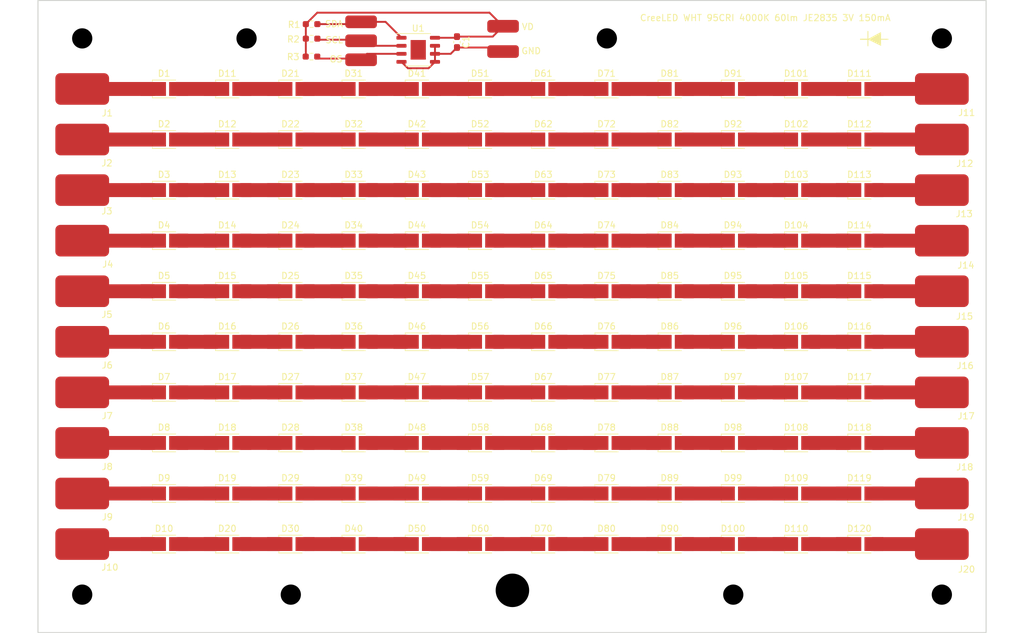
<source format=kicad_pcb>
(kicad_pcb (version 20211014) (generator pcbnew)
  (layers (0 "F.Cu" signal) (31 "B.Cu" signal) (34 "B.Paste" user) (35 "F.Paste" user) (36 "B.SilkS" user "B.Silkscreen") (37 "F.SilkS" user "F.Silkscreen") (38 "B.Mask" user) (39 "F.Mask" user) (44 "Edge.Cuts" user))
  (net 0 "")
  (net 1 "Net-(D1-Pad1)")
  (net 2 "Net-(D1-Pad2)")
  (net 3 "Net-(D2-Pad1)")
  (net 4 "Net-(D12-Pad1)")
  (net 5 "Net-(D3-Pad1)")
  (net 6 "Net-(D13-Pad1)")
  (net 7 "Net-(D4-Pad1)")
  (net 8 "Net-(D14-Pad1)")
  (net 9 "Net-(D5-Pad1)")
  (net 10 "Net-(D15-Pad1)")
  (net 11 "Net-(D6-Pad1)")
  (net 12 "Net-(D16-Pad1)")
  (net 13 "Net-(D7-Pad1)")
  (net 14 "Net-(D17-Pad1)")
  (net 15 "Net-(D8-Pad1)")
  (net 16 "Net-(D18-Pad1)")
  (net 17 "Net-(D9-Pad1)")
  (net 18 "Net-(D19-Pad1)")
  (net 19 "Net-(D10-Pad1)")
  (net 20 "Net-(D10-Pad2)")
  (net 21 "Net-(D11-Pad2)")
  (net 22 "Net-(D12-Pad2)")
  (net 23 "Net-(D13-Pad2)")
  (net 24 "Net-(D14-Pad2)")
  (net 25 "Net-(D15-Pad2)")
  (net 26 "Net-(D16-Pad2)")
  (net 27 "Net-(D17-Pad2)")
  (net 28 "Net-(D18-Pad2)")
  (net 29 "Net-(D19-Pad2)")
  (net 30 "Net-(D20-Pad2)")
  (net 31 "Net-(D21-Pad2)")
  (net 32 "Net-(D22-Pad2)")
  (net 33 "Net-(D23-Pad2)")
  (net 34 "Net-(D24-Pad2)")
  (net 35 "Net-(D25-Pad2)")
  (net 36 "Net-(D26-Pad2)")
  (net 37 "Net-(D27-Pad2)")
  (net 38 "Net-(D28-Pad2)")
  (net 39 "Net-(D29-Pad2)")
  (net 40 "Net-(D30-Pad2)")
  (net 41 "Net-(D31-Pad2)")
  (net 42 "Net-(D32-Pad2)")
  (net 43 "Net-(D33-Pad2)")
  (net 44 "Net-(D34-Pad2)")
  (net 45 "Net-(D35-Pad2)")
  (net 46 "Net-(D36-Pad2)")
  (net 47 "Net-(D37-Pad2)")
  (net 48 "Net-(D38-Pad2)")
  (net 49 "Net-(D39-Pad2)")
  (net 50 "Net-(D40-Pad2)")
  (net 51 "Net-(D41-Pad2)")
  (net 52 "Net-(D42-Pad2)")
  (net 53 "Net-(D43-Pad2)")
  (net 54 "Net-(D44-Pad2)")
  (net 55 "Net-(D45-Pad2)")
  (net 56 "Net-(D46-Pad2)")
  (net 57 "Net-(D47-Pad2)")
  (net 58 "Net-(D48-Pad2)")
  (net 59 "Net-(D49-Pad2)")
  (net 60 "Net-(D50-Pad2)")
  (net 61 "Net-(D51-Pad2)")
  (net 62 "Net-(D52-Pad2)")
  (net 63 "Net-(D53-Pad2)")
  (net 64 "Net-(D54-Pad2)")
  (net 65 "Net-(D55-Pad2)")
  (net 66 "Net-(D56-Pad2)")
  (net 67 "Net-(D57-Pad2)")
  (net 68 "Net-(D58-Pad2)")
  (net 69 "Net-(D59-Pad2)")
  (net 70 "Net-(D60-Pad2)")
  (net 71 "Net-(D61-Pad2)")
  (net 72 "Net-(D62-Pad2)")
  (net 73 "Net-(D63-Pad2)")
  (net 74 "Net-(D64-Pad2)")
  (net 75 "Net-(D65-Pad2)")
  (net 76 "Net-(D66-Pad2)")
  (net 77 "Net-(D67-Pad2)")
  (net 78 "Net-(D68-Pad2)")
  (net 79 "Net-(D69-Pad2)")
  (net 80 "Net-(D70-Pad2)")
  (net 81 "Net-(D71-Pad2)")
  (net 82 "Net-(D72-Pad2)")
  (net 83 "Net-(D73-Pad2)")
  (net 84 "Net-(D74-Pad2)")
  (net 85 "Net-(D75-Pad2)")
  (net 86 "Net-(D76-Pad2)")
  (net 87 "Net-(D77-Pad2)")
  (net 88 "Net-(D78-Pad2)")
  (net 89 "Net-(D79-Pad2)")
  (net 90 "Net-(D80-Pad2)")
  (net 91 "Net-(D81-Pad2)")
  (net 92 "Net-(D82-Pad2)")
  (net 93 "Net-(D83-Pad2)")
  (net 94 "Net-(D84-Pad2)")
  (net 95 "Net-(D85-Pad2)")
  (net 96 "Net-(D86-Pad2)")
  (net 97 "Net-(D87-Pad2)")
  (net 98 "Net-(D88-Pad2)")
  (net 99 "Net-(D89-Pad2)")
  (net 100 "Net-(D100-Pad1)")
  (net 101 "Net-(D101-Pad1)")
  (net 102 "Net-(D102-Pad1)")
  (net 103 "Net-(D103-Pad1)")
  (net 104 "Net-(D104-Pad1)")
  (net 105 "Net-(D105-Pad1)")
  (net 106 "Net-(D106-Pad1)")
  (net 107 "Net-(D107-Pad1)")
  (net 108 "Net-(D108-Pad1)")
  (net 109 "Net-(D109-Pad1)")
  (net 110 "Net-(D100-Pad2)")
  (net 111 "Net-(D101-Pad2)")
  (net 112 "Net-(D102-Pad2)")
  (net 113 "Net-(D103-Pad2)")
  (net 114 "Net-(D104-Pad2)")
  (net 115 "Net-(D105-Pad2)")
  (net 116 "Net-(D106-Pad2)")
  (net 117 "Net-(D107-Pad2)")
  (net 118 "Net-(D108-Pad2)")
  (net 119 "Net-(D109-Pad2)")
  (net 120 "Net-(D110-Pad2)")
  (net 121 "Net-(D111-Pad2)")
  (net 122 "Net-(D112-Pad2)")
  (net 123 "Net-(D113-Pad2)")
  (net 124 "Net-(D114-Pad2)")
  (net 125 "Net-(D115-Pad2)")
  (net 126 "Net-(D116-Pad2)")
  (net 127 "Net-(D117-Pad2)")
  (net 128 "Net-(D118-Pad2)")
  (net 129 "Net-(D119-Pad2)")
  (net 130 "Net-(D120-Pad2)")
  (net 131 "VD")
  (net 132 "GND")
  (net 133 "Net-(U1-Pad1)")
  (net 134 "Net-(U1-Pad2)")
  (net 135 "Net-(U1-Pad3)")
  (footprint "Library:Cree_J-Series-2835-LED" (layer "F.Cu") (at 130 62)
    (fp_text reference "D117")
    (fp_text value "LED")
  )
  (footprint "Library:Cree_J-Series-2835-LED" (layer "F.Cu") (at 60 38)
    (fp_text reference "D44")
    (fp_text value "LED")
  )
  (footprint "Library:Cree_J-Series-2835-LED" (layer "F.Cu") (at 110 54)
    (fp_text reference "D96")
    (fp_text value "LED")
  )
  (footprint "Library:led_power_pin1" (layer "F.Cu") (at 7 54)
    (fp_text reference "J6")
    (fp_text value "Conn_01x01")
  )
  (footprint "Library:Cree_J-Series-2835-LED" (layer "F.Cu") (at 20 78)
    (fp_text reference "D9")
    (fp_text value "LED")
  )
  (footprint "Library:Cree_J-Series-2835-LED" (layer "F.Cu") (at 80 14)
    (fp_text reference "D61")
    (fp_text value "LED")
  )
  (footprint "Library:Cree_J-Series-2835-LED" (layer "F.Cu") (at 110 14)
    (fp_text reference "D91")
    (fp_text value "LED")
  )
  (footprint "Library:Cree_J-Series-2835-LED" (layer "F.Cu") (at 60 30)
    (fp_text reference "D43")
    (fp_text value "LED")
  )
  (footprint "MountingHole:MountingHole_3.2mm_M3_ISO7380" (layer "F.Cu") (at 33 6)
    (fp_text reference "REF**" hide)
    (fp_text value "MountingHole_3.2mm_M3_ISO7380")
  )
  (footprint "Library:led_power_pin1" (layer "F.Cu") (at 7 14)
    (fp_text reference "J1")
    (fp_text value "Conn_01x01")
  )
  (footprint "Library:Cree_J-Series-2835-LED" (layer "F.Cu") (at 60 78)
    (fp_text reference "D49")
    (fp_text value "LED")
  )
  (footprint "Library:Cree_J-Series-2835-LED" (layer "F.Cu") (at 80 78)
    (fp_text reference "D69")
    (fp_text value "LED")
  )
  (footprint "Library:Cree_J-Series-2835-LED" (layer "F.Cu") (at 70 38)
    (fp_text reference "D54")
    (fp_text value "LED")
  )
  (footprint "Library:Cree_J-Series-2835-LED" (layer "F.Cu") (at 90 54)
    (fp_text reference "D76")
    (fp_text value "LED")
  )
  (footprint "Library:Cree_J-Series-2835-LED" (layer "F.Cu") (at 70 22)
    (fp_text reference "D52")
    (fp_text value "LED")
  )
  (footprint "Library:Cree_J-Series-2835-LED" (layer "F.Cu") (at 40 14)
    (fp_text reference "D21")
    (fp_text value "LED")
  )
  (footprint "Library:I2S" (layer "F.Cu") (at 51.12 6.38)
    (fp_text reference "J21" hide)
    (fp_text value "Conn_01x03")
  )
  (footprint "Library:Cree_J-Series-2835-LED" (layer "F.Cu") (at 50 54)
    (fp_text reference "D36")
    (fp_text value "LED")
  )
  (footprint "Library:Cree_J-Series-2835-LED" (layer "F.Cu") (at 50 46)
    (fp_text reference "D35")
    (fp_text value "LED")
  )
  (footprint "Library:Cree_J-Series-2835-LED" (layer "F.Cu") (at 90 30)
    (fp_text reference "D73")
    (fp_text value "LED")
  )
  (footprint "Library:Cree_J-Series-2835-LED" (layer "F.Cu") (at 40 30)
    (fp_text reference "D23")
    (fp_text value "LED")
  )
  (footprint "Library:Cree_J-Series-2835-LED" (layer "F.Cu") (at 30 46)
    (fp_text reference "D15")
    (fp_text value "LED")
  )
  (footprint "Library:Cree_J-Series-2835-LED" (layer "F.Cu") (at 90 38)
    (fp_text reference "D74")
    (fp_text value "LED")
  )
  (footprint "Resistor_SMD:R_0603_1608Metric_Pad0.98x0.95mm_HandSolder" (layer "F.Cu") (at 43.27 8.88)
    (fp_text reference "R3")
    (fp_text value "10k")
  )
  (footprint "Library:Cree_J-Series-2835-LED" (layer "F.Cu") (at 90 46)
    (fp_text reference "D75")
    (fp_text value "LED")
  )
  (footprint "Library:Cree_J-Series-2835-LED" (layer "F.Cu") (at 110 38)
    (fp_text reference "D94")
    (fp_text value "LED")
  )
  (footprint "Library:Cree_J-Series-2835-LED" (layer "F.Cu") (at 90 70)
    (fp_text reference "D78")
    (fp_text value "LED")
  )
  (footprint "Library:led_power_pin1" (layer "F.Cu") (at 143 38)
    (fp_text reference "J14")
    (fp_text value "Conn_01x01")
  )
  (footprint "MountingHole:MountingHole_3.2mm_M3_ISO7380" (layer "F.Cu") (at 110 94)
    (fp_text reference "REF**" hide)
    (fp_text value "MountingHole_3.2mm_M3_ISO7380")
  )
  (footprint "Library:Cree_J-Series-2835-LED" (layer "F.Cu") (at 80 54)
    (fp_text reference "D66")
    (fp_text value "LED")
  )
  (footprint "Library:Cree_J-Series-2835-LED" (layer "F.Cu") (at 130 78)
    (fp_text reference "D119")
    (fp_text value "LED")
  )
  (footprint "Library:Cree_J-Series-2835-LED" (layer "F.Cu") (at 30 62)
    (fp_text reference "D17")
    (fp_text value "LED")
  )
  (footprint "Library:Cree_J-Series-2835-LED" (layer "F.Cu") (at 40 54)
    (fp_text reference "D26")
    (fp_text value "LED")
  )
  (footprint "Library:Cree_J-Series-2835-LED" (layer "F.Cu") (at 20 30)
    (fp_text reference "D3")
    (fp_text value "LED")
  )
  (footprint "Library:Cree_J-Series-2835-LED" (layer "F.Cu") (at 30 38)
    (fp_text reference "D14")
    (fp_text value "LED")
  )
  (footprint "Library:Cree_J-Series-2835-LED" (layer "F.Cu") (at 70 30)
    (fp_text reference "D53")
    (fp_text value "LED")
  )
  (footprint "Library:Cree_J-Series-2835-LED" (layer "F.Cu") (at 80 62)
    (fp_text reference "D67")
    (fp_text value "LED")
  )
  (footprint "Library:led_power_pin1" (layer "F.Cu") (at 143 14)
    (fp_text reference "J11")
    (fp_text value "Conn_01x01")
  )
  (footprint "Library:Cree_J-Series-2835-LED" (layer "F.Cu") (at 40 70)
    (fp_text reference "D28")
    (fp_text value "LED")
  )
  (footprint "Library:Cree_J-Series-2835-LED" (layer "F.Cu") (at 70 70)
    (fp_text reference "D58")
    (fp_text value "LED")
  )
  (footprint "Library:Cree_J-Series-2835-LED" (layer "F.Cu") (at 110 30)
    (fp_text reference "D93")
    (fp_text value "LED")
  )
  (footprint "Package_SO:HSOP-8-1EP_3.9x4.9mm_P1.27mm_EP2.41x3.1mm" (layer "F.Cu") (at 60.16 7.805)
    (fp_text reference "U1")
    (fp_text value "LM75B")
  )
  (footprint "Library:Cree_J-Series-2835-LED" (layer "F.Cu") (at 110 86)
    (fp_text reference "D100")
    (fp_text value "LED")
  )
  (footprint "Library:Cree_J-Series-2835-LED" (layer "F.Cu") (at 120 70)
    (fp_text reference "D108")
    (fp_text value "LED")
  )
  (footprint "Library:led_power_pin1" (layer "F.Cu") (at 143 62)
    (fp_text reference "J17")
    (fp_text value "Conn_01x01")
  )
  (footprint "Library:Cree_J-Series-2835-LED" (layer "F.Cu") (at 100 78)
    (fp_text reference "D89")
    (fp_text value "LED")
  )
  (footprint "Library:Cree_J-Series-2835-LED" (layer "F.Cu") (at 20 22)
    (fp_text reference "D2")
    (fp_text value "LED")
  )
  (footprint "Library:Cree_J-Series-2835-LED" (layer "F.Cu") (at 40 46)
    (fp_text reference "D25")
    (fp_text value "LED")
  )
  (footprint "Library:Cree_J-Series-2835-LED" (layer "F.Cu") (at 90 62)
    (fp_text reference "D77")
    (fp_text value "LED")
  )
  (footprint "Library:led_power_pin1" (layer "F.Cu") (at 7 22)
    (fp_text reference "J2")
    (fp_text value "Conn_01x01")
  )
  (footprint "Library:Cree_J-Series-2835-LED" (layer "F.Cu") (at 40 22)
    (fp_text reference "D22")
    (fp_text value "LED")
  )
  (footprint "Library:Cree_J-Series-2835-LED" (layer "F.Cu") (at 50 30)
    (fp_text reference "D33")
    (fp_text value "LED")
  )
  (footprint "Library:Cree_J-Series-2835-LED" (layer "F.Cu") (at 110 46)
    (fp_text reference "D95")
    (fp_text value "LED")
  )
  (footprint "Library:Cree_J-Series-2835-LED" (layer "F.Cu") (at 80 38)
    (fp_text reference "D64")
    (fp_text value "LED")
  )
  (footprint "Library:Cree_J-Series-2835-LED" (layer "F.Cu") (at 120 30)
    (fp_text reference "D103")
    (fp_text value "LED")
  )
  (footprint "Resistor_SMD:R_0603_1608Metric_Pad0.98x0.95mm_HandSolder" (layer "F.Cu") (at 43.29 6.04)
    (fp_text reference "R2")
    (fp_text value "10k")
  )
  (footprint "Library:Cree_J-Series-2835-LED" (layer "F.Cu") (at 50 62)
    (fp_text reference "D37")
    (fp_text value "LED")
  )
  (footprint "Library:Cree_J-Series-2835-LED" (layer "F.Cu") (at 80 46)
    (fp_text reference "D65")
    (fp_text value "LED")
  )
  (footprint "Library:Cree_J-Series-2835-LED" (layer "F.Cu") (at 60 70)
    (fp_text reference "D48")
    (fp_text value "LED")
  )
  (footprint "Library:Cree_J-Series-2835-LED" (layer "F.Cu") (at 30 22)
    (fp_text reference "D12")
    (fp_text value "LED")
  )
  (footprint "Library:Cree_J-Series-2835-LED" (layer "F.Cu") (at 20 38)
    (fp_text reference "D4")
    (fp_text value "LED")
  )
  (footprint "Library:Cree_J-Series-2835-LED" (layer "F.Cu") (at 100 70)
    (fp_text reference "D88")
    (fp_text value "LED")
  )
  (footprint "Library:Cree_J-Series-2835-LED" (layer "F.Cu") (at 60 54)
    (fp_text reference "D46")
    (fp_text value "LED")
  )
  (footprint "Library:Cree_J-Series-2835-LED" (layer "F.Cu") (at 100 46)
    (fp_text reference "D85")
    (fp_text value "LED")
  )
  (footprint "Library:Cree_J-Series-2835-LED" (layer "F.Cu") (at 110 78)
    (fp_text reference "D99")
    (fp_text value "LED")
  )
  (footprint "Library:Cree_J-Series-2835-LED" (layer "F.Cu") (at 90 86)
    (fp_text reference "D80")
    (fp_text value "LED")
  )
  (footprint "Library:Cree_J-Series-2835-LED" (layer "F.Cu") (at 100 30)
    (fp_text reference "D83")
    (fp_text value "LED")
  )
  (footprint "Library:Cree_J-Series-2835-LED" (layer "F.Cu") (at 20 54)
    (fp_text reference "D6")
    (fp_text value "LED")
  )
  (footprint "Library:power_2pin" (layer "F.Cu") (at 73.58 6.08)
    (fp_text reference "J22" hide)
    (fp_text value "Conn_01x02")
  )
  (footprint "Library:led_power_pin1" (layer "F.Cu") (at 143 22)
    (fp_text reference "J12")
    (fp_text value "Conn_01x01")
  )
  (footprint "Library:Cree_J-Series-2835-LED" (layer "F.Cu") (at 100 86)
    (fp_text reference "D90")
    (fp_text value "LED")
  )
  (footprint "Library:Cree_J-Series-2835-LED" (layer "F.Cu") (at 80 22)
    (fp_text reference "D62")
    (fp_text value "LED")
  )
  (footprint "Library:Cree_J-Series-2835-LED" (layer "F.Cu") (at 130 14)
    (fp_text reference "D111")
    (fp_text value "LED")
  )
  (footprint "Library:Cree_J-Series-2835-LED" (layer "F.Cu") (at 70 54)
    (fp_text reference "D56")
    (fp_text value "LED")
  )
  (footprint "Library:Cree_J-Series-2835-LED" (layer "F.Cu") (at 120 78)
    (fp_text reference "D109")
    (fp_text value "LED")
  )
  (footprint "Library:Cree_J-Series-2835-LED" (layer "F.Cu") (at 30 54)
    (fp_text reference "D16")
    (fp_text value "LED")
  )
  (footprint "Library:Cree_J-Series-2835-LED" (layer "F.Cu") (at 130 38)
    (fp_text reference "D114")
    (fp_text value "LED")
  )
  (footprint "Library:Cree_J-Series-2835-LED" (layer "F.Cu") (at 90 78)
    (fp_text reference "D79")
    (fp_text value "LED")
  )
  (footprint "Library:Cree_J-Series-2835-LED" (layer "F.Cu") (at 70 86)
    (fp_text reference "D60")
    (fp_text value "LED")
  )
  (footprint "Library:Cree_J-Series-2835-LED" (layer "F.Cu") (at 60 14)
    (fp_text reference "D41")
    (fp_text value "LED")
  )
  (footprint "Library:led_power_pin1" (layer "F.Cu") (at 143 86)
    (fp_text reference "J20")
    (fp_text value "Conn_01x01")
  )
  (footprint "Library:Cree_J-Series-2835-LED" (layer "F.Cu") (at 90 14)
    (fp_text reference "D71")
    (fp_text value "LED")
  )
  (footprint "Library:Cree_J-Series-2835-LED" (layer "F.Cu") (at 130 54)
    (fp_text reference "D116")
    (fp_text value "LED")
  )
  (footprint "Library:Cree_J-Series-2835-LED" (layer "F.Cu") (at 20 14)
    (fp_text reference "D1")
    (fp_text value "LED")
  )
  (footprint "MountingHole:MountingHole_3.2mm_M3_ISO7380" (layer "F.Cu") (at 143 6)
    (fp_text reference "REF**" hide)
    (fp_text value "MountingHole_3.2mm_M3_ISO7380")
  )
  (footprint "Library:led_power_pin1" (layer "F.Cu") (at 7 78)
    (fp_text reference "J9")
    (fp_text value "Conn_01x01")
  )
  (footprint "MountingHole:MountingHole_3.2mm_M3_ISO7380" (layer "F.Cu") (at 40 94)
    (fp_text reference "REF**" hide)
    (fp_text value "MountingHole_3.2mm_M3_ISO7380")
  )
  (footprint "Library:led_power_pin1" (layer "F.Cu") (at 7 62)
    (fp_text reference "J7")
    (fp_text value "Conn_01x01")
  )
  (footprint "Library:Cree_J-Series-2835-LED" (layer "F.Cu") (at 120 86)
    (fp_text reference "D110")
    (fp_text value "LED")
  )
  (footprint "Library:Cree_J-Series-2835-LED" (layer "F.Cu") (at 20 70)
    (fp_text reference "D8")
    (fp_text value "LED")
  )
  (footprint "Library:Cree_J-Series-2835-LED" (layer "F.Cu") (at 90 22)
    (fp_text reference "D72")
    (fp_text value "LED")
  )
  (footprint "Library:Cree_J-Series-2835-LED" (layer "F.Cu") (at 120 54)
    (fp_text reference "D106")
    (fp_text value "LED")
  )
  (footprint "Library:Cree_J-Series-2835-LED" (layer "F.Cu") (at 30 30)
    (fp_text reference "D13")
    (fp_text value "LED")
  )
  (footprint "Library:Cree_J-Series-2835-LED" (layer "F.Cu") (at 70 62)
    (fp_text reference "D57")
    (fp_text value "LED")
  )
  (footprint "Library:Cree_J-Series-2835-LED" (layer "F.Cu") (at 60 62)
    (fp_text reference "D47")
    (fp_text value "LED")
  )
  (footprint "Library:Cree_J-Series-2835-LED" (layer "F.Cu") (at 40 86)
    (fp_text reference "D30")
    (fp_text value "LED")
  )
  (footprint "Library:Cree_J-Series-2835-LED" (layer "F.Cu") (at 80 70)
    (fp_text reference "D68")
    (fp_text value "LED")
  )
  (footprint "Resistor_SMD:R_0603_1608Metric_Pad0.98x0.95mm_HandSolder" (layer "F.Cu") (at 43.29 3.74)
    (fp_text reference "R1")
    (fp_text value "10k")
  )
  (footprint "Library:Cree_J-Series-2835-LED" (layer "F.Cu") (at 40 62)
    (fp_text reference "D27")
    (fp_text value "LED")
  )
  (footprint "Library:Cree_J-Series-2835-LED" (layer "F.Cu") (at 30 78)
    (fp_text reference "D19")
    (fp_text value "LED")
  )
  (footprint "Library:Cree_J-Series-2835-LED" (layer "F.Cu") (at 100 22)
    (fp_text reference "D82")
    (fp_text value "LED")
  )
  (footprint "Library:led_power_pin1" (layer "F.Cu") (at 143 70)
    (fp_text reference "J18")
    (fp_text value "Conn_01x01")
  )
  (footprint "Library:led_power_pin1" (layer "F.Cu") (at 7 46)
    (fp_text reference "J5")
    (fp_text value "Conn_01x01")
  )
  (footprint "Library:Cree_J-Series-2835-LED" (layer "F.Cu") (at 130 46)
    (fp_text reference "D115")
    (fp_text value "LED")
  )
  (footprint "Library:Cree_J-Series-2835-LED" (layer "F.Cu") (at 110 62)
    (fp_text reference "D97")
    (fp_text value "LED")
  )
  (footprint "Library:Cree_J-Series-2835-LED" (layer "F.Cu") (at 50 86)
    (fp_text reference "D40")
    (fp_text value "LED")
  )
  (footprint "Library:Cree_J-Series-2835-LED" (layer "F.Cu") (at 50 38)
    (fp_text reference "D34")
    (fp_text value "LED")
  )
  (footprint "Library:Cree_J-Series-2835-LED" (layer "F.Cu") (at 130 70)
    (fp_text reference "D118")
    (fp_text value "LED")
  )
  (footprint "Library:Cree_J-Series-2835-LED" (layer "F.Cu") (at 120 38)
    (fp_text reference "D104")
    (fp_text value "LED")
  )
  (footprint "Library:led_power_pin1" (layer "F.Cu") (at 7 38)
    (fp_text reference "J4")
    (fp_text value "Conn_01x01")
  )
  (footprint "Library:Cree_J-Series-2835-LED" (layer "F.Cu") (at 100 54)
    (fp_text reference "D86")
    (fp_text value "LED")
  )
  (footprint "Library:Cree_J-Series-2835-LED" (layer "F.Cu") (at 110 22)
    (fp_text reference "D92")
    (fp_text value "LED")
  )
  (footprint "Library:Cree_J-Series-2835-LED" (layer "F.Cu") (at 100 62)
    (fp_text reference "D87")
    (fp_text value "LED")
  )
  (footprint "Library:led_power_pin1" (layer "F.Cu") (at 143 78)
    (fp_text reference "J19")
    (fp_text value "Conn_01x01")
  )
  (footprint "Library:Cree_J-Series-2835-LED" (layer "F.Cu") (at 50 70)
    (fp_text reference "D38")
    (fp_text value "LED")
  )
  (footprint "Library:Cree_J-Series-2835-LED" (layer "F.Cu") (at 70 14)
    (fp_text reference "D51")
    (fp_text value "LED")
  )
  (footprint "Library:Cree_J-Series-2835-LED" (layer "F.Cu") (at 40 38)
    (fp_text reference "D24")
    (fp_text value "LED")
  )
  (footprint "Library:Cree_J-Series-2835-LED" (layer "F.Cu") (at 130 22)
    (fp_text reference "D112")
    (fp_text value "LED")
  )
  (footprint "Library:led_power_pin1" (layer "F.Cu") (at 7 70)
    (fp_text reference "J8")
    (fp_text value "Conn_01x01")
  )
  (footprint "Library:led_power_pin1" (layer "F.Cu") (at 143 46)
    (fp_text reference "J15")
    (fp_text value "Conn_01x01")
  )
  (footprint "Library:Cree_J-Series-2835-LED" (layer "F.Cu") (at 80 30)
    (fp_text reference "D63")
    (fp_text value "LED")
  )
  (footprint "MountingHole:MountingHole_3.2mm_M3_ISO7380" (layer "F.Cu") (at 90 6)
    (fp_text reference "REF**" hide)
    (fp_text value "MountingHole_3.2mm_M3_ISO7380")
  )
  (footprint "Library:Cree_J-Series-2835-LED" (layer "F.Cu") (at 20 46)
    (fp_text reference "D5")
    (fp_text value "LED")
  )
  (footprint "Library:Cree_J-Series-2835-LED" (layer "F.Cu") (at 60 86)
    (fp_text reference "D50")
    (fp_text value "LED")
  )
  (footprint "Library:Cree_J-Series-2835-LED" (layer "F.Cu") (at 70 46)
    (fp_text reference "D55")
    (fp_text value "LED")
  )
  (footprint "Library:Cree_J-Series-2835-LED" (layer "F.Cu") (at 50 78)
    (fp_text reference "D39")
    (fp_text value "LED")
  )
  (footprint "Library:Cree_J-Series-2835-LED" (layer "F.Cu") (at 130 86)
    (fp_text reference "D120")
    (fp_text value "LED")
  )
  (footprint "Capacitor_SMD:C_0603_1608Metric_Pad1.08x0.95mm_HandSolder" (layer "F.Cu") (at 66.29 6.58 -90)
    (fp_text reference "C1")
    (fp_text value "0.1u")
  )
  (footprint "Library:Cree_J-Series-2835-LED" (layer "F.Cu") (at 30 14)
    (fp_text reference "D11")
    (fp_text value "LED")
  )
  (footprint "Library:Cree_J-Series-2835-LED" (layer "F.Cu") (at 50 14)
    (fp_text reference "D31")
    (fp_text value "LED")
  )
  (footprint "MountingHole:MountingHole_3.2mm_M3_ISO7380" (layer "F.Cu") (at 7 94)
    (fp_text reference "REF**" hide)
    (fp_text value "MountingHole_3.2mm_M3_ISO7380")
  )
  (footprint "Library:led_power_pin1" (layer "F.Cu") (at 143 30)
    (fp_text reference "J13")
    (fp_text value "Conn_01x01")
  )
  (footprint "Library:Cree_J-Series-2835-LED" (layer "F.Cu") (at 130 30)
    (fp_text reference "D113")
    (fp_text value "LED")
  )
  (footprint "Library:led_power_pin1" (layer "F.Cu") (at 7 30)
    (fp_text reference "J3")
    (fp_text value "Conn_01x01")
  )
  (footprint "Library:Cree_J-Series-2835-LED" (layer "F.Cu") (at 50 22)
    (fp_text reference "D32")
    (fp_text value "LED")
  )
  (footprint "Library:Cree_J-Series-2835-LED" (layer "F.Cu") (at 70 78)
    (fp_text reference "D59")
    (fp_text value "LED")
  )
  (footprint "Library:Cree_J-Series-2835-LED" (layer "F.Cu") (at 100 14)
    (fp_text reference "D81")
    (fp_text value "LED")
  )
  (footprint "Library:Cree_J-Series-2835-LED" (layer "F.Cu") (at 30 86)
    (fp_text reference "D20")
    (fp_text value "LED")
  )
  (footprint "Library:Cree_J-Series-2835-LED" (layer "F.Cu") (at 20 62)
    (fp_text reference "D7")
    (fp_text value "LED")
  )
  (footprint "Library:Cree_J-Series-2835-LED" (layer "F.Cu") (at 60 22)
    (fp_text reference "D42")
    (fp_text value "LED")
  )
  (footprint "Library:Cree_J-Series-2835-LED" (layer "F.Cu") (at 40 78)
    (fp_text reference "D29")
    (fp_text value "LED")
  )
  (footprint "Library:Cree_J-Series-2835-LED" (layer "F.Cu") (at 120 22)
    (fp_text reference "D102")
    (fp_text value "LED")
  )
  (footprint "Library:Cree_J-Series-2835-LED" (layer "F.Cu") (at 120 62)
    (fp_text reference "D107")
    (fp_text value "LED")
  )
  (footprint "Library:led_power_pin1" (layer "F.Cu") (at 143 54)
    (fp_text reference "J16")
    (fp_text value "Conn_01x01")
  )
  (footprint "Library:Cree_J-Series-2835-LED" (layer "F.Cu") (at 100 38)
    (fp_text reference "D84")
    (fp_text value "LED")
  )
  (footprint "Library:Cree_J-Series-2835-LED" (layer "F.Cu") (at 110 70)
    (fp_text reference "D98")
    (fp_text value "LED")
  )
  (footprint "Library:Cree_J-Series-2835-LED" (layer "F.Cu") (at 120 46)
    (fp_text reference "D105")
    (fp_text value "LED")
  )
  (footprint "Library:Cree_J-Series-2835-LED" (layer "F.Cu") (at 120 14)
    (fp_text reference "D101")
    (fp_text value "LED")
  )
  (footprint "Library:Cree_J-Series-2835-LED" (layer "F.Cu") (at 30 70)
    (fp_text reference "D18")
    (fp_text value "LED")
  )
  (footprint "Library:Cree_J-Series-2835-LED" (layer "F.Cu") (at 20 86)
    (fp_text reference "D10")
    (fp_text value "LED")
  )
  (footprint "MountingHole:MountingHole_3.2mm_M3_ISO7380" (layer "F.Cu") (at 143 94)
    (fp_text reference "REF**" hide)
    (fp_text value "MountingHole_3.2mm_M3_ISO7380")
  )
  (footprint "Library:led_power_pin1" (layer "F.Cu") (at 7 86)
    (fp_text reference "J10")
    (fp_text value "Conn_01x01")
  )
  (footprint "Library:Cree_J-Series-2835-LED" (layer "F.Cu") (at 80 86)
    (fp_text reference "D70")
    (fp_text value "LED")
  )
  (footprint "MountingHole:MountingHole_5.3mm_M5_ISO7380" (layer "F.Cu") (at 75.06 93.32)
    (fp_text reference "REF**" hide)
    (fp_text value "MountingHole_5.3mm_M5_ISO7380")
  )
  (footprint "Library:Cree_J-Series-2835-LED" (layer "F.Cu") (at 60 46)
    (fp_text reference "D45")
    (fp_text value "LED")
  )
  (footprint "MountingHole:MountingHole_3.2mm_M3_ISO7380" (layer "F.Cu") (at 7 6)
    (fp_text reference "REF**" hide)
    (fp_text value "MountingHole_3.2mm_M3_ISO7380")
  )
  (gr_line (start 131.37 6.14) (end 130.12 6.14) (layer "F.SilkS") (width 0.15))
  (gr_poly (pts (xy 133.31 7.06) (xy 131.39 6.14) (xy 133.31 5.11)) (layer "F.SilkS") (width 0.15) (fill solid))
  (gr_line (start 134.34 6.14) (end 134.49 6.14) (layer "F.SilkS") (width 0.15))
  (gr_line (start 130.12 6.14) (end 133.34 6.14) (layer "F.SilkS") (width 0.15))
  (gr_line (start 133.34 6.14) (end 134.34 6.14) (layer "F.SilkS") (width 0.15))
  (gr_line (start 131.3 4.89) (end 131.3 7.18) (layer "F.SilkS") (width 0.15))
  (gr_rect (start 0 0) (end 150 100) (layer "Edge.Cuts") (width 0.15) (fill none))
  (gr_text "VD" (at 77.5 4.16) (layer "F.SilkS") (effects (font (size 1 1))))
  (gr_text "OS" (at 47.17 9.29) (layer "F.SilkS") (effects (font (size 1 1))))
  (gr_text "CreeLED WHT 95CRI 4000K 60lm JE2835 3V 150mA" (at 115.07 2.75) (layer "F.SilkS") (effects (font (size 1 1))))
  (gr_text "SDA" (at 46.84 3.71) (layer "F.SilkS") (effects (font (size 1 1))))
  (gr_text "GND" (at 78.03 7.98) (layer "F.SilkS") (effects (font (size 1 1))))
  (gr_text "SCL" (at 46.87 6.25) (layer "F.SilkS") (effects (font (size 1 1))))
  (segment (start 7 14) (end 18.25 14) (width 2.2) (layer "F.Cu") (net 1))
  (segment (start 22.25 14) (end 28.25 14) (width 2.2) (layer "F.Cu") (net 2))
  (segment (start 7 22) (end 18.25 22) (width 2.2) (layer "F.Cu") (net 3))
  (segment (start 22.25 22) (end 28.25 22) (width 2.2) (layer "F.Cu") (net 4))
  (segment (start 7 30) (end 18.25 30) (width 2.2) (layer "F.Cu") (net 5))
  (segment (start 22.25 30) (end 28.25 30) (width 2.2) (layer "F.Cu") (net 6))
  (segment (start 7 38) (end 18.25 38) (width 2.2) (layer "F.Cu") (net 7))
  (segment (start 22.25 38) (end 28.25 38) (width 2.2) (layer "F.Cu") (net 8))
  (segment (start 7 46) (end 18.25 46) (width 2.2) (layer "F.Cu") (net 9))
  (segment (start 22.25 46) (end 28.25 46) (width 2.2) (layer "F.Cu") (net 10))
  (segment (start 7 54) (end 18.25 54) (width 2.2) (layer "F.Cu") (net 11))
  (segment (start 22.25 54) (end 28.25 54) (width 2.2) (layer "F.Cu") (net 12))
  (segment (start 7 62) (end 18.25 62) (width 2.2) (layer "F.Cu") (net 13))
  (segment (start 22.25 62) (end 28.25 62) (width 2.2) (layer "F.Cu") (net 14))
  (segment (start 7 70) (end 18.25 70) (width 2.2) (layer "F.Cu") (net 15))
  (segment (start 22.25 70) (end 28.25 70) (width 2.2) (layer "F.Cu") (net 16))
  (segment (start 7 78) (end 18.25 78) (width 2.2) (layer "F.Cu") (net 17))
  (segment (start 22.25 78) (end 28.25 78) (width 2.2) (layer "F.Cu") (net 18))
  (segment (start 7 86) (end 18.25 86) (width 2.2) (layer "F.Cu") (net 19))
  (segment (start 22.25 86) (end 28.25 86) (width 2.2) (layer "F.Cu") (net 20))
  (segment (start 32.25 14) (end 38.25 14) (width 2.2) (layer "F.Cu") (net 21))
  (segment (start 32.25 22) (end 38.25 22) (width 2.2) (layer "F.Cu") (net 22))
  (segment (start 32.25 30) (end 38.25 30) (width 2.2) (layer "F.Cu") (net 23))
  (segment (start 32.25 38) (end 38.25 38) (width 2.2) (layer "F.Cu") (net 24))
  (segment (start 32.25 46) (end 38.25 46) (width 2.2) (layer "F.Cu") (net 25))
  (segment (start 32.25 54) (end 38.25 54) (width 2.2) (layer "F.Cu") (net 26))
  (segment (start 32.25 62) (end 38.25 62) (width 2.2) (layer "F.Cu") (net 27))
  (segment (start 32.25 70) (end 38.25 70) (width 2.2) (layer "F.Cu") (net 28))
  (segment (start 32.25 78) (end 38.25 78) (width 2.2) (layer "F.Cu") (net 29))
  (segment (start 32.25 86) (end 38.25 86) (width 2.2) (layer "F.Cu") (net 30))
  (segment (start 42.25 14) (end 48.25 14) (width 2.2) (layer "F.Cu") (net 31))
  (segment (start 42.25 22) (end 48.25 22) (width 2.2) (layer "F.Cu") (net 32))
  (segment (start 42.25 30) (end 48.25 30) (width 2.2) (layer "F.Cu") (net 33))
  (segment (start 42.25 38) (end 48.25 38) (width 2.2) (layer "F.Cu") (net 34))
  (segment (start 42.25 46) (end 48.25 46) (width 2.2) (layer "F.Cu") (net 35))
  (segment (start 42.25 54) (end 48.25 54) (width 2.2) (layer "F.Cu") (net 36))
  (segment (start 42.25 62) (end 48.25 62) (width 2.2) (layer "F.Cu") (net 37))
  (segment (start 42.25 70) (end 48.25 70) (width 2.2) (layer "F.Cu") (net 38))
  (segment (start 42.25 78) (end 48.25 78) (width 2.2) (layer "F.Cu") (net 39))
  (segment (start 42.25 86) (end 48.25 86) (width 2.2) (layer "F.Cu") (net 40))
  (segment (start 52.25 14) (end 58.25 14) (width 2.2) (layer "F.Cu") (net 41))
  (segment (start 52.25 22) (end 58.25 22) (width 2.2) (layer "F.Cu") (net 42))
  (segment (start 52.25 30) (end 58.25 30) (width 2.2) (layer "F.Cu") (net 43))
  (segment (start 52.25 38) (end 58.25 38) (width 2.2) (layer "F.Cu") (net 44))
  (segment (start 52.25 46) (end 58.25 46) (width 2.2) (layer "F.Cu") (net 45))
  (segment (start 52.25 54) (end 58.25 54) (width 2.2) (layer "F.Cu") (net 46))
  (segment (start 52.25 62) (end 58.25 62) (width 2.2) (layer "F.Cu") (net 47))
  (segment (start 52.25 70) (end 58.25 70) (width 2.2) (layer "F.Cu") (net 48))
  (segment (start 52.25 78) (end 58.25 78) (width 2.2) (layer "F.Cu") (net 49))
  (segment (start 52.25 86) (end 58.25 86) (width 2.2) (layer "F.Cu") (net 50))
  (segment (start 62.25 14) (end 68.25 14) (width 2.2) (layer "F.Cu") (net 51))
  (segment (start 62.25 22) (end 68.25 22) (width 2.2) (layer "F.Cu") (net 52))
  (segment (start 62.25 30) (end 68.25 30) (width 2.2) (layer "F.Cu") (net 53))
  (segment (start 62.25 38) (end 68.25 38) (width 2.2) (layer "F.Cu") (net 54))
  (segment (start 62.25 46) (end 68.25 46) (width 2.2) (layer "F.Cu") (net 55))
  (segment (start 62.25 54) (end 68.25 54) (width 2.2) (layer "F.Cu") (net 56))
  (segment (start 62.25 62) (end 68.25 62) (width 2.2) (layer "F.Cu") (net 57))
  (segment (start 62.25 70) (end 68.25 70) (width 2.2) (layer "F.Cu") (net 58))
  (segment (start 62.25 78) (end 68.25 78) (width 2.2) (layer "F.Cu") (net 59))
  (segment (start 62.25 86) (end 68.25 86) (width 2.2) (layer "F.Cu") (net 60))
  (segment (start 72.25 14) (end 78.25 14) (width 2.2) (layer "F.Cu") (net 61))
  (segment (start 72.25 22) (end 78.25 22) (width 2.2) (layer "F.Cu") (net 62))
  (segment (start 72.25 30) (end 78.25 30) (width 2.2) (layer "F.Cu") (net 63))
  (segment (start 72.25 38) (end 78.25 38) (width 2.2) (layer "F.Cu") (net 64))
  (segment (start 72.25 46) (end 78.25 46) (width 2.2) (layer "F.Cu") (net 65))
  (segment (start 72.25 54) (end 78.25 54) (width 2.2) (layer "F.Cu") (net 66))
  (segment (start 72.25 62) (end 78.25 62) (width 2.2) (layer "F.Cu") (net 67))
  (segment (start 72.25 70) (end 78.25 70) (width 2.2) (layer "F.Cu") (net 68))
  (segment (start 72.25 78) (end 78.25 78) (width 2.2) (layer "F.Cu") (net 69))
  (segment (start 72.25 86) (end 78.25 86) (width 2.2) (layer "F.Cu") (net 70))
  (segment (start 82.25 14) (end 88.25 14) (width 2.2) (layer "F.Cu") (net 71))
  (segment (start 82.25 22) (end 88.25 22) (width 2.2) (layer "F.Cu") (net 72))
  (segment (start 82.25 30) (end 88.25 30) (width 2.2) (layer "F.Cu") (net 73))
  (segment (start 82.25 38) (end 88.25 38) (width 2.2) (layer "F.Cu") (net 74))
  (segment (start 82.25 46) (end 88.25 46) (width 2.2) (layer "F.Cu") (net 75))
  (segment (start 82.25 54) (end 88.25 54) (width 2.2) (layer "F.Cu") (net 76))
  (segment (start 82.25 62) (end 88.25 62) (width 2.2) (layer "F.Cu") (net 77))
  (segment (start 82.25 70) (end 88.25 70) (width 2.2) (layer "F.Cu") (net 78))
  (segment (start 82.25 78) (end 88.25 78) (width 2.2) (layer "F.Cu") (net 79))
  (segment (start 82.25 86) (end 88.25 86) (width 2.2) (layer "F.Cu") (net 80))
  (segment (start 92.25 14) (end 98.25 14) (width 2.2) (layer "F.Cu") (net 81))
  (segment (start 92.25 22) (end 98.25 22) (width 2.2) (layer "F.Cu") (net 82))
  (segment (start 92.25 30) (end 98.25 30) (width 2.2) (layer "F.Cu") (net 83))
  (segment (start 92.25 38) (end 98.25 38) (width 2.2) (layer "F.Cu") (net 84))
  (segment (start 92.25 46) (end 98.25 46) (width 2.2) (layer "F.Cu") (net 85))
  (segment (start 92.25 54) (end 98.25 54) (width 2.2) (layer "F.Cu") (net 86))
  (segment (start 92.25 62) (end 98.25 62) (width 2.2) (layer "F.Cu") (net 87))
  (segment (start 92.25 70) (end 98.25 70) (width 2.2) (layer "F.Cu") (net 88))
  (segment (start 92.25 78) (end 98.25 78) (width 2.2) (layer "F.Cu") (net 89))
  (segment (start 92.25 86) (end 98.25 86) (width 2.2) (layer "F.Cu") (net 90))
  (segment (start 102.25 14) (end 108.25 14) (width 2.2) (layer "F.Cu") (net 91))
  (segment (start 102.25 22) (end 108.25 22) (width 2.2) (layer "F.Cu") (net 92))
  (segment (start 102.25 30) (end 108.25 30) (width 2.2) (layer "F.Cu") (net 93))
  (segment (start 102.25 38) (end 108.25 38) (width 2.2) (layer "F.Cu") (net 94))
  (segment (start 102.25 46) (end 108.25 46) (width 2.2) (layer "F.Cu") (net 95))
  (segment (start 102.25 54) (end 108.25 54) (width 2.2) (layer "F.Cu") (net 96))
  (segment (start 102.25 62) (end 108.25 62) (width 2.2) (layer "F.Cu") (net 97))
  (segment (start 102.25 70) (end 108.25 70) (width 2.2) (layer "F.Cu") (net 98))
  (segment (start 102.25 78) (end 108.25 78) (width 2.2) (layer "F.Cu") (net 99))
  (segment (start 102.25 86) (end 108.25 86) (width 2.2) (layer "F.Cu") (net 100))
  (segment (start 112.25 14) (end 118.25 14) (width 2.2) (layer "F.Cu") (net 101))
  (segment (start 112.25 22) (end 118.25 22) (width 2.2) (layer "F.Cu") (net 102))
  (segment (start 112.25 30) (end 118.25 30) (width 2.2) (layer "F.Cu") (net 103))
  (segment (start 112.25 38) (end 118.25 38) (width 2.2) (layer "F.Cu") (net 104))
  (segment (start 112.25 46) (end 118.25 46) (width 2.2) (layer "F.Cu") (net 105))
  (segment (start 112.25 54) (end 118.25 54) (width 2.2) (layer "F.Cu") (net 106))
  (segment (start 112.25 62) (end 118.25 62) (width 2.2) (layer "F.Cu") (net 107))
  (segment (start 112.25 70) (end 118.25 70) (width 2.2) (layer "F.Cu") (net 108))
  (segment (start 112.25 78) (end 118.25 78) (width 2.2) (layer "F.Cu") (net 109))
  (segment (start 112.25 86) (end 118.25 86) (width 2.2) (layer "F.Cu") (net 110))
  (segment (start 122.25 14) (end 128.25 14) (width 2.2) (layer "F.Cu") (net 111))
  (segment (start 122.25 22) (end 128.25 22) (width 2.2) (layer "F.Cu") (net 112))
  (segment (start 122.25 30) (end 128.25 30) (width 2.2) (layer "F.Cu") (net 113))
  (segment (start 122.25 38) (end 128.25 38) (width 2.2) (layer "F.Cu") (net 114))
  (segment (start 122.25 46) (end 128.25 46) (width 2.2) (layer "F.Cu") (net 115))
  (segment (start 122.25 54) (end 128.25 54) (width 2.2) (layer "F.Cu") (net 116))
  (segment (start 122.25 62) (end 128.25 62) (width 2.2) (layer "F.Cu") (net 117))
  (segment (start 122.25 70) (end 128.25 70) (width 2.2) (layer "F.Cu") (net 118))
  (segment (start 122.25 78) (end 128.25 78) (width 2.2) (layer "F.Cu") (net 119))
  (segment (start 122.25 86) (end 128.25 86) (width 2.2) (layer "F.Cu") (net 120))
  (segment (start 143 14) (end 132.25 14) (width 2.2) (layer "F.Cu") (net 121))
  (segment (start 143 22) (end 132.25 22) (width 2.2) (layer "F.Cu") (net 122))
  (segment (start 143 30) (end 132.25 30) (width 2.2) (layer "F.Cu") (net 123))
  (segment (start 132.25 38) (end 143 38) (width 2.2) (layer "F.Cu") (net 124))
  (segment (start 132.25 46) (end 143 46) (width 2.2) (layer "F.Cu") (net 125))
  (segment (start 132.25 54) (end 143 54) (width 2.2) (layer "F.Cu") (net 126))
  (segment (start 132.25 62) (end 143 62) (width 2.2) (layer "F.Cu") (net 127))
  (segment (start 132.25 70) (end 143 70) (width 2.2) (layer "F.Cu") (net 128))
  (segment (start 132.25 78) (end 143 78) (width 2.2) (layer "F.Cu") (net 129))
  (segment (start 132.25 86) (end 143 86) (width 2.2) (layer "F.Cu") (net 130))
  (segment (start 42.3775 3.74) (end 42.3775 8.86) (width 0.3) (layer "F.Cu") (net 131))
  (segment (start 73.58 4.08) (end 71.43048 1.93048) (width 0.3) (layer "F.Cu") (net 131))
  (segment (start 66.29 5.7175) (end 71.9425 5.7175) (width 0.3) (layer "F.Cu") (net 131))
  (segment (start 42.3775 8.86) (end 42.3575 8.88) (width 0.3) (layer "F.Cu") (net 131))
  (segment (start 62.81 5.9) (end 66.1075 5.9) (width 0.3) (layer "F.Cu") (net 131))
  (segment (start 71.43048 1.93048) (end 44.18702 1.93048) (width 0.3) (layer "F.Cu") (net 131))
  (segment (start 66.1075 5.9) (end 66.29 5.7175) (width 0.3) (layer "F.Cu") (net 131))
  (segment (start 71.9425 5.7175) (end 73.58 4.08) (width 0.3) (layer "F.Cu") (net 131))
  (segment (start 44.18702 1.93048) (end 42.3775 3.74) (width 0.3) (layer "F.Cu") (net 131))
  (segment (start 72.9425 7.4425) (end 73.58 8.08) (width 0.3) (layer "F.Cu") (net 132))
  (segment (start 62.81 8.44) (end 65.2925 8.44) (width 0.3) (layer "F.Cu") (net 132))
  (segment (start 58.52 10.72) (end 61.8 10.72) (width 0.3) (layer "F.Cu") (net 132))
  (segment (start 66.29 7.4425) (end 72.9425 7.4425) (width 0.3) (layer "F.Cu") (net 132))
  (segment (start 61.8 10.72) (end 62.81 9.71) (width 0.3) (layer "F.Cu") (net 132))
  (segment (start 57.51 9.71) (end 58.52 10.72) (width 0.3) (layer "F.Cu") (net 132))
  (segment (start 65.2925 8.44) (end 66.29 7.4425) (width 0.3) (layer "F.Cu") (net 132))
  (segment (start 62.81 7.17) (end 62.81 9.71) (width 0.3) (layer "F.Cu") (net 132))
  (segment (start 50.76 3.74) (end 51.12 3.38) (width 0.3) (layer "F.Cu") (net 133))
  (segment (start 44.2025 3.74) (end 50.76 3.74) (width 0.3) (layer "F.Cu") (net 133))
  (segment (start 54.99 3.38) (end 57.51 5.9) (width 0.3) (layer "F.Cu") (net 133))
  (segment (start 51.12 3.38) (end 54.99 3.38) (width 0.3) (layer "F.Cu") (net 133))
  (segment (start 44.3725 6.21) (end 50.95 6.21) (width 0.3) (layer "F.Cu") (net 134))
  (segment (start 50.95 6.21) (end 51.12 6.38) (width 0.3) (layer "F.Cu") (net 134))
  (segment (start 51.12 6.38) (end 51.91 7.17) (width 0.3) (layer "F.Cu") (net 134))
  (segment (start 44.2025 6.04) (end 44.3725 6.21) (width 0.3) (layer "F.Cu") (net 134))
  (segment (start 51.91 7.17) (end 57.51 7.17) (width 0.3) (layer "F.Cu") (net 134))
  (segment (start 44.1825 8.88) (end 44.4925 9.19) (width 0.3) (layer "F.Cu") (net 135))
  (segment (start 51.12 9.38) (end 52.06 8.44) (width 0.3) (layer "F.Cu") (net 135))
  (segment (start 52.06 8.44) (end 57.51 8.44) (width 0.3) (layer "F.Cu") (net 135))
  (segment (start 50.93 9.19) (end 51.12 9.38) (width 0.3) (layer "F.Cu") (net 135))
  (segment (start 44.4925 9.19) (end 50.93 9.19) (width 0.3) (layer "F.Cu") (net 135))
)
</source>
